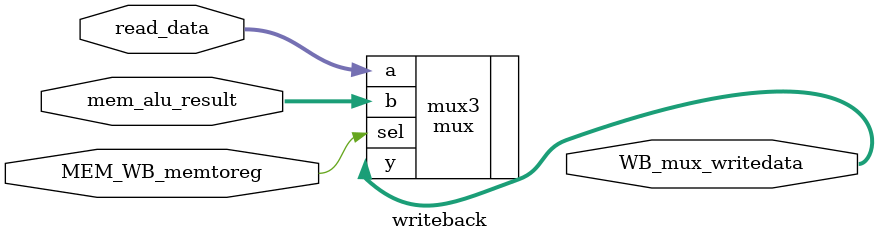
<source format=v>
`timescale 1ns / 1ps

module writeback(
	input	wire 		MEM_WB_memtoreg,
	input	wire [31:0]	read_data, mem_alu_result,
	output 	wire [31:0] 	WB_mux_writedata
   	);
	
	mux mux3(
		.y(WB_mux_writedata),
		.sel(MEM_WB_memtoreg),
		.a(read_data),
		.b(mem_alu_result)						
	);

endmodule
</source>
